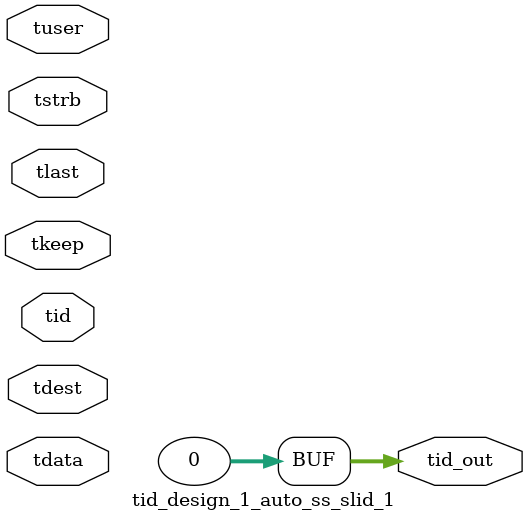
<source format=v>


`timescale 1ps/1ps

module tid_design_1_auto_ss_slid_1 #
(
parameter C_S_AXIS_TID_WIDTH   = 1,
parameter C_S_AXIS_TUSER_WIDTH = 0,
parameter C_S_AXIS_TDATA_WIDTH = 0,
parameter C_S_AXIS_TDEST_WIDTH = 0,
parameter C_M_AXIS_TID_WIDTH   = 32
)
(
input  [(C_S_AXIS_TID_WIDTH   == 0 ? 1 : C_S_AXIS_TID_WIDTH)-1:0       ] tid,
input  [(C_S_AXIS_TDATA_WIDTH == 0 ? 1 : C_S_AXIS_TDATA_WIDTH)-1:0     ] tdata,
input  [(C_S_AXIS_TUSER_WIDTH == 0 ? 1 : C_S_AXIS_TUSER_WIDTH)-1:0     ] tuser,
input  [(C_S_AXIS_TDEST_WIDTH == 0 ? 1 : C_S_AXIS_TDEST_WIDTH)-1:0     ] tdest,
input  [(C_S_AXIS_TDATA_WIDTH/8)-1:0 ] tkeep,
input  [(C_S_AXIS_TDATA_WIDTH/8)-1:0 ] tstrb,
input                                                                    tlast,
output [(C_M_AXIS_TID_WIDTH   == 0 ? 1 : C_M_AXIS_TID_WIDTH)-1:0       ] tid_out
);

assign tid_out = {1'b0};

endmodule


</source>
